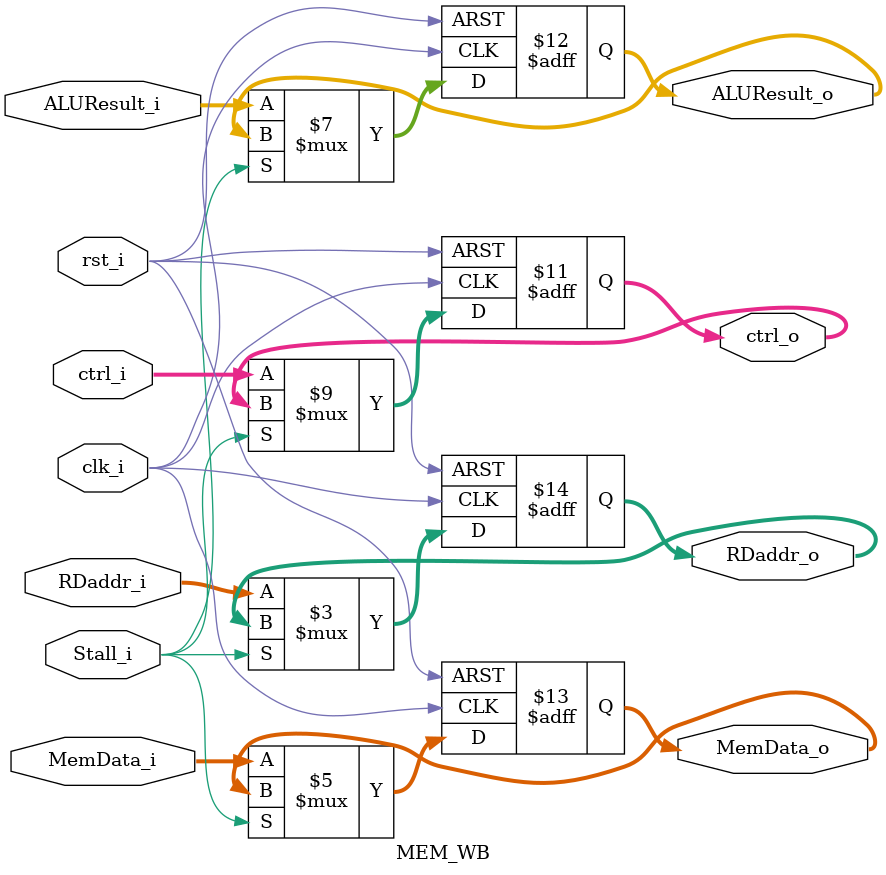
<source format=v>
module MEM_WB(
           clk_i,
           rst_i,
           ctrl_i,
           ctrl_o,
           ALUResult_i,
           ALUResult_o,
           MemData_i,
           MemData_o,
           RDaddr_i,
           RDaddr_o,
           Stall_i
       );

input clk_i, rst_i, Stall_i;
input [1: 0] ctrl_i;
output reg [1: 0] ctrl_o;
input signed [31: 0] ALUResult_i;
output reg signed [31: 0] ALUResult_o;
input signed [31: 0] MemData_i;
output reg signed [31: 0] MemData_o;
input [4: 0] RDaddr_i;
output reg [4: 0] RDaddr_o;

always @(posedge clk_i or posedge rst_i)begin
    if (rst_i)begin
        ctrl_o <= 4'b0;
        ALUResult_o <= 32'b0;
        MemData_o <= 32'b0;
        RDaddr_o <= 5'b0;
    end
    else if (~Stall_i) begin
        ctrl_o <= ctrl_i;
        ALUResult_o <= ALUResult_i;
        MemData_o <= MemData_i;
        RDaddr_o <= RDaddr_i;
    end
end

endmodule

</source>
